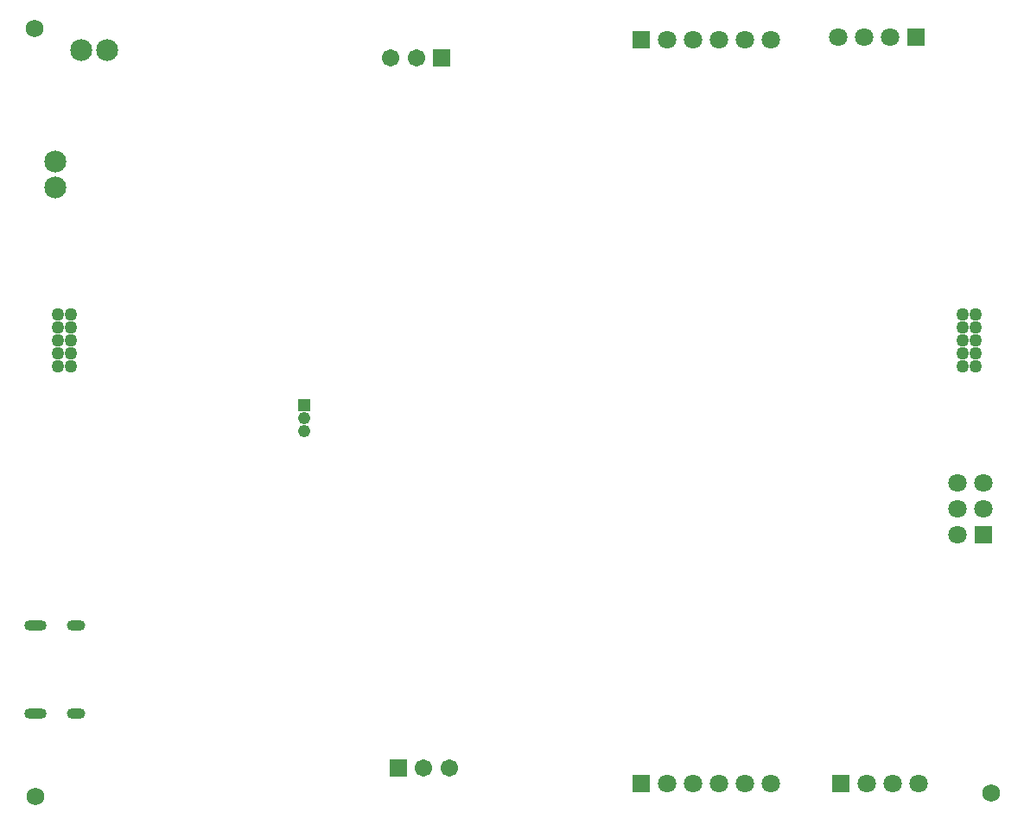
<source format=gbs>
G04*
G04 #@! TF.GenerationSoftware,Altium Limited,Altium Designer,25.5.2 (35)*
G04*
G04 Layer_Color=16711935*
%FSLAX25Y25*%
%MOIN*%
G70*
G04*
G04 #@! TF.SameCoordinates,D66E9047-1B96-4A49-AC18-2C29B9855DE9*
G04*
G04*
G04 #@! TF.FilePolarity,Negative*
G04*
G01*
G75*
%ADD50C,0.06800*%
%ADD51C,0.07099*%
%ADD52R,0.07099X0.07099*%
%ADD53R,0.06737X0.06737*%
%ADD54C,0.06737*%
%ADD55C,0.08477*%
%ADD56C,0.07119*%
%ADD57R,0.07119X0.07119*%
%ADD58C,0.05013*%
G04:AMPARAMS|DCode=59|XSize=39.37mil|YSize=70.87mil|CornerRadius=19.68mil|HoleSize=0mil|Usage=FLASHONLY|Rotation=270.000|XOffset=0mil|YOffset=0mil|HoleType=Round|Shape=RoundedRectangle|*
%AMROUNDEDRECTD59*
21,1,0.03937,0.03150,0,0,270.0*
21,1,0.00000,0.07087,0,0,270.0*
1,1,0.03937,-0.01575,0.00000*
1,1,0.03937,-0.01575,0.00000*
1,1,0.03937,0.01575,0.00000*
1,1,0.03937,0.01575,0.00000*
%
%ADD59ROUNDEDRECTD59*%
G04:AMPARAMS|DCode=60|XSize=39.37mil|YSize=86.61mil|CornerRadius=19.68mil|HoleSize=0mil|Usage=FLASHONLY|Rotation=270.000|XOffset=0mil|YOffset=0mil|HoleType=Round|Shape=RoundedRectangle|*
%AMROUNDEDRECTD60*
21,1,0.03937,0.04724,0,0,270.0*
21,1,0.00000,0.08661,0,0,270.0*
1,1,0.03937,-0.02362,0.00000*
1,1,0.03937,-0.02362,0.00000*
1,1,0.03937,0.02362,0.00000*
1,1,0.03937,0.02362,0.00000*
%
%ADD60ROUNDEDRECTD60*%
%ADD61R,0.04800X0.04800*%
%ADD62C,0.04800*%
D50*
X9500Y9000D02*
D03*
X378000Y10500D02*
D03*
X9000Y305500D02*
D03*
D51*
X319000Y302000D02*
D03*
X329000D02*
D03*
X339000D02*
D03*
X253000Y301000D02*
D03*
X263000D02*
D03*
X273000D02*
D03*
X283000D02*
D03*
X293000D02*
D03*
X253000Y14000D02*
D03*
X263000D02*
D03*
X273000D02*
D03*
X283000D02*
D03*
X293000D02*
D03*
X350000D02*
D03*
X340000D02*
D03*
X330000D02*
D03*
D52*
X349000Y302000D02*
D03*
X243000Y301000D02*
D03*
Y14000D02*
D03*
X320000D02*
D03*
D53*
X166146Y293933D02*
D03*
X149315Y20000D02*
D03*
D54*
X156303Y293933D02*
D03*
X146461D02*
D03*
X159158Y20000D02*
D03*
X169000D02*
D03*
D55*
X17000Y254000D02*
D03*
Y244000D02*
D03*
X37000Y297000D02*
D03*
X27000D02*
D03*
D56*
X365000Y130000D02*
D03*
X375000D02*
D03*
X365000Y120000D02*
D03*
X375000D02*
D03*
X365000Y110000D02*
D03*
D57*
X375000D02*
D03*
D58*
X367000Y195000D02*
D03*
X372000Y175000D02*
D03*
X367000D02*
D03*
X372000Y180000D02*
D03*
X367000D02*
D03*
X372000Y185000D02*
D03*
X367000D02*
D03*
X372000Y190000D02*
D03*
X367000D02*
D03*
X372000Y195000D02*
D03*
X18000D02*
D03*
X23000Y175000D02*
D03*
X18000D02*
D03*
X23000Y180000D02*
D03*
X18000D02*
D03*
X23000Y185000D02*
D03*
X18000D02*
D03*
X23000Y190000D02*
D03*
X18000D02*
D03*
X23000Y195000D02*
D03*
D59*
X25197Y40992D02*
D03*
Y75008D02*
D03*
D60*
X9449Y40992D02*
D03*
Y75008D02*
D03*
D61*
X113000Y160000D02*
D03*
D62*
Y155000D02*
D03*
Y150000D02*
D03*
M02*

</source>
